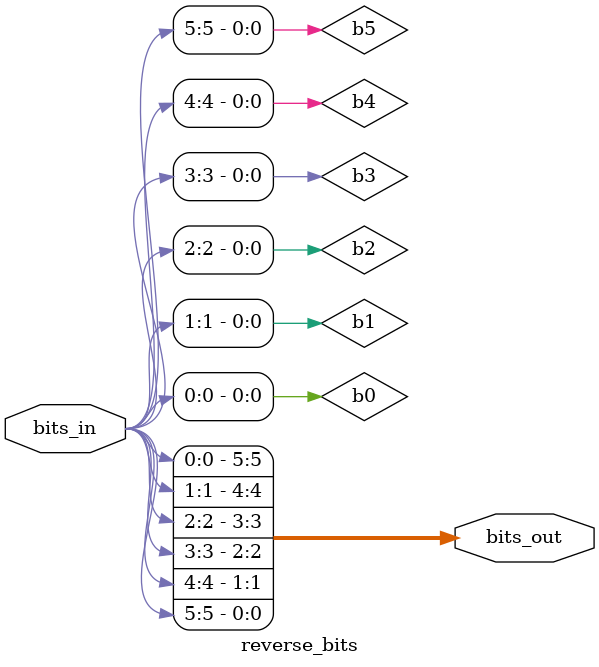
<source format=sv>
module agu (input logic load, processing, done,
            input logic [5:0] fft_level, butterfly_iter, load_address, out_address,
            output logic [5:0] address_0_a, address_1_a, address_0_b, address_1_b,
            output logic [4:0] twiddle_address);

	// first deal with loading address
	logic [5:0] load_address_rev;
	reverse_bits load_logic(load_address, load_address_rev);

	// then deal with standard processing address
	logic [5:0] address_a, address_b;
	processing_agu standard_logic(fft_level, butterfly_iter,
											address_a, address_b, twiddle_address);

	// output address given as input

	// comb logic to choose from the addresses
	// if we're done, we output
	// if we're loading, we use load addresses
	// otherwise, we use the standard addresses
	always_comb begin

		if (done) address_0_a = out_address;
		else if (load) address_0_a = load_address_rev;
		else address_0_a = address_a;

		if (load) address_0_b = load_address_rev;
		else address_0_b = address_b;

		if (done) address_1_a = out_address;
		else address_1_a = address_a;

		address_1_b = address_b;

	end

endmodule


module processing_agu (input logic [5:0] 	fft_level, butterfly_iter,
					  		  output logic [5:0] address_a, address_b,
					  		  output logic [4:0] twiddle_address);

	// intermediate for shifting
	logic [5:0]         temp_a, temp_b;

	// must be signed for sign extending
   logic signed [5:0]  mask, mask_shift;
   
   always_comb begin

		// j * 2
      temp_a = butterfly_iter << 1;

      address_a  = ((temp_a << fft_level) | (temp_a >> (6 - fft_level)));

		// j * 2 + 1
		temp_b = temp_a + 1;

      address_b  = ((temp_b << fft_level) | (temp_b >> (6 - fft_level)));

		// zero out 6 - 1 - i
		// so five zeros minus fft_level
      mask = 6'b100000;
	  mask_shift = mask >>> fft_level;

		// mask j
      twiddle_address = mask_shift & butterfly_iter;
		
   end
endmodule

// reverse bits for address ordering
module reverse_bits (input logic [5:0]    bits_in,
                     output logic [5:0]   bits_out);

    logic b0, b1, b2, b3, b4, b5;

    assign {b5, b4, b3, b2, b1, b0} = bits_in;
    assign bits_out = {b0, b1, b2, b3, b4, b5};

endmodule
</source>
